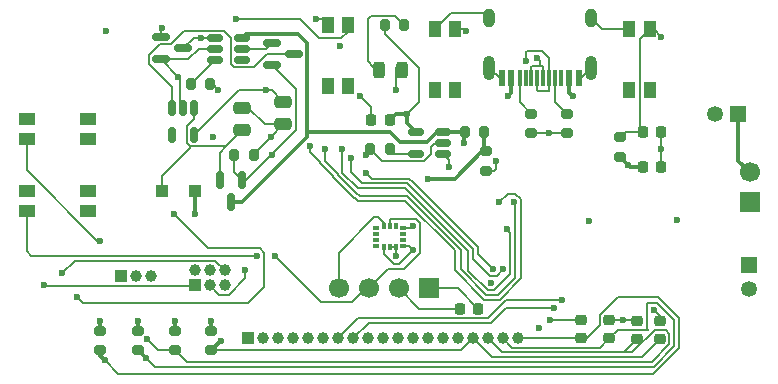
<source format=gbr>
%TF.GenerationSoftware,KiCad,Pcbnew,9.0.1*%
%TF.CreationDate,2025-06-29T09:49:02-05:00*%
%TF.ProjectId,OM-FlexGrid-Rigid-PCB,4f4d2d46-6c65-4784-9772-69642d526967,rev?*%
%TF.SameCoordinates,Original*%
%TF.FileFunction,Copper,L1,Top*%
%TF.FilePolarity,Positive*%
%FSLAX46Y46*%
G04 Gerber Fmt 4.6, Leading zero omitted, Abs format (unit mm)*
G04 Created by KiCad (PCBNEW 9.0.1) date 2025-06-29 09:49:02*
%MOMM*%
%LPD*%
G01*
G04 APERTURE LIST*
G04 Aperture macros list*
%AMRoundRect*
0 Rectangle with rounded corners*
0 $1 Rounding radius*
0 $2 $3 $4 $5 $6 $7 $8 $9 X,Y pos of 4 corners*
0 Add a 4 corners polygon primitive as box body*
4,1,4,$2,$3,$4,$5,$6,$7,$8,$9,$2,$3,0*
0 Add four circle primitives for the rounded corners*
1,1,$1+$1,$2,$3*
1,1,$1+$1,$4,$5*
1,1,$1+$1,$6,$7*
1,1,$1+$1,$8,$9*
0 Add four rect primitives between the rounded corners*
20,1,$1+$1,$2,$3,$4,$5,0*
20,1,$1+$1,$4,$5,$6,$7,0*
20,1,$1+$1,$6,$7,$8,$9,0*
20,1,$1+$1,$8,$9,$2,$3,0*%
G04 Aperture macros list end*
%TA.AperFunction,ComponentPad*%
%ADD10R,1.350000X1.350000*%
%TD*%
%TA.AperFunction,ComponentPad*%
%ADD11C,1.350000*%
%TD*%
%TA.AperFunction,SMDPad,CuDef*%
%ADD12R,0.600000X0.300000*%
%TD*%
%TA.AperFunction,SMDPad,CuDef*%
%ADD13R,0.300000X0.600000*%
%TD*%
%TA.AperFunction,SMDPad,CuDef*%
%ADD14RoundRect,0.225000X-0.250000X0.225000X-0.250000X-0.225000X0.250000X-0.225000X0.250000X0.225000X0*%
%TD*%
%TA.AperFunction,SMDPad,CuDef*%
%ADD15RoundRect,0.200000X-0.275000X0.200000X-0.275000X-0.200000X0.275000X-0.200000X0.275000X0.200000X0*%
%TD*%
%TA.AperFunction,SMDPad,CuDef*%
%ADD16RoundRect,0.250000X-0.300000X-0.300000X0.300000X-0.300000X0.300000X0.300000X-0.300000X0.300000X0*%
%TD*%
%TA.AperFunction,SMDPad,CuDef*%
%ADD17R,1.450000X1.000000*%
%TD*%
%TA.AperFunction,SMDPad,CuDef*%
%ADD18RoundRect,0.150000X-0.150000X0.512500X-0.150000X-0.512500X0.150000X-0.512500X0.150000X0.512500X0*%
%TD*%
%TA.AperFunction,SMDPad,CuDef*%
%ADD19RoundRect,0.200000X-0.200000X-0.275000X0.200000X-0.275000X0.200000X0.275000X-0.200000X0.275000X0*%
%TD*%
%TA.AperFunction,ComponentPad*%
%ADD20R,1.000000X1.000000*%
%TD*%
%TA.AperFunction,ComponentPad*%
%ADD21C,1.000000*%
%TD*%
%TA.AperFunction,SMDPad,CuDef*%
%ADD22RoundRect,0.225000X-0.225000X-0.250000X0.225000X-0.250000X0.225000X0.250000X-0.225000X0.250000X0*%
%TD*%
%TA.AperFunction,SMDPad,CuDef*%
%ADD23RoundRect,0.150000X-0.587500X-0.150000X0.587500X-0.150000X0.587500X0.150000X-0.587500X0.150000X0*%
%TD*%
%TA.AperFunction,SMDPad,CuDef*%
%ADD24RoundRect,0.200000X0.200000X0.275000X-0.200000X0.275000X-0.200000X-0.275000X0.200000X-0.275000X0*%
%TD*%
%TA.AperFunction,SMDPad,CuDef*%
%ADD25RoundRect,0.150000X-0.512500X-0.150000X0.512500X-0.150000X0.512500X0.150000X-0.512500X0.150000X0*%
%TD*%
%TA.AperFunction,SMDPad,CuDef*%
%ADD26R,1.000000X1.450000*%
%TD*%
%TA.AperFunction,SMDPad,CuDef*%
%ADD27RoundRect,0.150000X-0.150000X0.587500X-0.150000X-0.587500X0.150000X-0.587500X0.150000X0.587500X0*%
%TD*%
%TA.AperFunction,SMDPad,CuDef*%
%ADD28RoundRect,0.243750X0.243750X0.456250X-0.243750X0.456250X-0.243750X-0.456250X0.243750X-0.456250X0*%
%TD*%
%TA.AperFunction,ComponentPad*%
%ADD29R,1.700000X1.700000*%
%TD*%
%TA.AperFunction,ComponentPad*%
%ADD30C,1.700000*%
%TD*%
%TA.AperFunction,SMDPad,CuDef*%
%ADD31RoundRect,0.250000X-0.475000X0.250000X-0.475000X-0.250000X0.475000X-0.250000X0.475000X0.250000X0*%
%TD*%
%TA.AperFunction,SMDPad,CuDef*%
%ADD32RoundRect,0.150000X0.512500X0.150000X-0.512500X0.150000X-0.512500X-0.150000X0.512500X-0.150000X0*%
%TD*%
%TA.AperFunction,SMDPad,CuDef*%
%ADD33R,0.600000X1.450000*%
%TD*%
%TA.AperFunction,SMDPad,CuDef*%
%ADD34R,0.300000X1.450000*%
%TD*%
%TA.AperFunction,HeatsinkPad*%
%ADD35O,1.000000X2.100000*%
%TD*%
%TA.AperFunction,HeatsinkPad*%
%ADD36O,1.000000X1.600000*%
%TD*%
%TA.AperFunction,SMDPad,CuDef*%
%ADD37RoundRect,0.225000X0.225000X0.250000X-0.225000X0.250000X-0.225000X-0.250000X0.225000X-0.250000X0*%
%TD*%
%TA.AperFunction,SMDPad,CuDef*%
%ADD38RoundRect,0.250000X0.475000X-0.250000X0.475000X0.250000X-0.475000X0.250000X-0.475000X-0.250000X0*%
%TD*%
%TA.AperFunction,SMDPad,CuDef*%
%ADD39RoundRect,0.200000X0.275000X-0.200000X0.275000X0.200000X-0.275000X0.200000X-0.275000X-0.200000X0*%
%TD*%
%TA.AperFunction,ViaPad*%
%ADD40C,0.600000*%
%TD*%
%TA.AperFunction,Conductor*%
%ADD41C,0.200000*%
%TD*%
%TA.AperFunction,Conductor*%
%ADD42C,0.350000*%
%TD*%
G04 APERTURE END LIST*
D10*
%TO.P,J7,1,Pin_1*%
%TO.N,GND*%
X215450000Y-120800000D03*
D11*
%TO.P,J7,2,Pin_2*%
%TO.N,+3V3*%
X215450000Y-122800000D03*
%TD*%
D12*
%TO.P,IC1,1,SDO/AD0*%
%TO.N,unconnected-(IC1-SDO{slash}AD0-Pad1)*%
X183850000Y-117650000D03*
%TO.P,IC1,2,RESV1*%
%TO.N,unconnected-(IC1-RESV1-Pad2)*%
X183850000Y-118150000D03*
%TO.P,IC1,3,RESV2*%
%TO.N,unconnected-(IC1-RESV2-Pad3)*%
X183850000Y-118650000D03*
%TO.P,IC1,4,INT1/INT*%
%TO.N,unconnected-(IC1-INT1{slash}INT-Pad4)*%
X183850000Y-119150000D03*
D13*
%TO.P,IC1,5,VDDIO*%
%TO.N,+3V3*%
X184500000Y-119300000D03*
%TO.P,IC1,6,GND*%
%TO.N,GND*%
X185000000Y-119300000D03*
%TO.P,IC1,7,RESV_3*%
X185500000Y-119300000D03*
D12*
%TO.P,IC1,8,VDD*%
%TO.N,+3V3*%
X186150000Y-119150000D03*
%TO.P,IC1,9,INT2/FSYNC/CLKIN*%
%TO.N,unconnected-(IC1-INT2{slash}FSYNC{slash}CLKIN-Pad9)*%
X186150000Y-118650000D03*
%TO.P,IC1,10,RESV_4*%
%TO.N,unconnected-(IC1-RESV_4-Pad10)*%
X186150000Y-118150000D03*
%TO.P,IC1,11,RESV_5*%
%TO.N,GND*%
X186150000Y-117650000D03*
D13*
%TO.P,IC1,12,AP_CS*%
%TO.N,unconnected-(IC1-AP_CS-Pad12)*%
X185500000Y-117500000D03*
%TO.P,IC1,13,SCL/SCLK*%
%TO.N,SCL*%
X185000000Y-117500000D03*
%TO.P,IC1,14,SDA/SDIO/ASDI*%
%TO.N,SDA*%
X184500000Y-117500000D03*
%TD*%
D14*
%TO.P,C15,1*%
%TO.N,GND*%
X201200000Y-125450000D03*
%TO.P,C15,2*%
%TO.N,ROW_3*%
X201200000Y-127000000D03*
%TD*%
%TO.P,C14,1*%
%TO.N,GND*%
X203600000Y-125450000D03*
%TO.P,C14,2*%
%TO.N,ROW_2*%
X203600000Y-127000000D03*
%TD*%
%TO.P,C12,1*%
%TO.N,GND*%
X207900000Y-125500000D03*
%TO.P,C12,2*%
%TO.N,ROW_0*%
X207900000Y-127050000D03*
%TD*%
D15*
%TO.P,R14,1*%
%TO.N,GND*%
X163700000Y-126350000D03*
%TO.P,R14,2*%
%TO.N,ROW_2*%
X163700000Y-128000000D03*
%TD*%
D16*
%TO.P,D1,1,K*%
%TO.N,VIN*%
X165700000Y-114500000D03*
%TO.P,D1,2,A*%
%TO.N,VBUS*%
X168500000Y-114500000D03*
%TD*%
D17*
%TO.P,SELECT1,1,1*%
%TO.N,SELECT*%
X154300000Y-116250000D03*
%TO.P,SELECT1,2,2*%
%TO.N,GND*%
X154300000Y-114550000D03*
%TO.P,SELECT1,3*%
%TO.N,N/C*%
X159450000Y-116250000D03*
%TO.P,SELECT1,4*%
X159450000Y-114550000D03*
%TD*%
D18*
%TO.P,U3,1,IN*%
%TO.N,VIN*%
X168450000Y-107500000D03*
%TO.P,U3,2,GND*%
%TO.N,GND*%
X167500000Y-107500000D03*
%TO.P,U3,3,EN*%
%TO.N,Net-(U3-EN)*%
X166550000Y-107500000D03*
%TO.P,U3,4,NC*%
%TO.N,unconnected-(U3-NC-Pad4)*%
X166550000Y-109775000D03*
%TO.P,U3,5,OUT*%
%TO.N,+3V3*%
X168450000Y-109775000D03*
%TD*%
D17*
%TO.P,MENU1,1,1*%
%TO.N,MENU*%
X154300000Y-110100000D03*
%TO.P,MENU1,2,2*%
%TO.N,GND*%
X154300000Y-108400000D03*
%TO.P,MENU1,3*%
%TO.N,N/C*%
X159450000Y-110100000D03*
%TO.P,MENU1,4*%
X159450000Y-108400000D03*
%TD*%
D19*
%TO.P,R5,1*%
%TO.N,VBUS*%
X184600000Y-100500000D03*
%TO.P,R5,2*%
%TO.N,Net-(D2-A)*%
X186250000Y-100500000D03*
%TD*%
D20*
%TO.P,J1,1,Pin_1*%
%TO.N,GP41*%
X168480000Y-122500000D03*
D21*
%TO.P,J1,2,Pin_2*%
%TO.N,SPI_MOSI*%
X168480000Y-121230000D03*
%TO.P,J1,3,Pin_3*%
%TO.N,SPI_SCK*%
X169750000Y-122500000D03*
%TO.P,J1,4,Pin_4*%
%TO.N,SPI_MISO*%
X169750000Y-121230000D03*
%TO.P,J1,5,Pin_5*%
%TO.N,CS*%
X171020000Y-122500000D03*
%TO.P,J1,6,Pin_6*%
%TO.N,GP40*%
X171020000Y-121230000D03*
%TD*%
D22*
%TO.P,C11,1*%
%TO.N,+3V3*%
X190950000Y-124500000D03*
%TO.P,C11,2*%
%TO.N,GND*%
X192500000Y-124500000D03*
%TD*%
D15*
%TO.P,R2,1*%
%TO.N,Net-(J4-CC1)*%
X200000000Y-108000000D03*
%TO.P,R2,2*%
%TO.N,GND*%
X200000000Y-109650000D03*
%TD*%
D23*
%TO.P,Q3,1,G*%
%TO.N,PWR_OFF*%
X165625000Y-101500000D03*
%TO.P,Q3,2,S*%
%TO.N,GND*%
X165625000Y-103400000D03*
%TO.P,Q3,3,D*%
%TO.N,Net-(MAX1-In)*%
X167500000Y-102450000D03*
%TD*%
D24*
%TO.P,R4,1*%
%TO.N,Net-(U4-PROG)*%
X185000000Y-111000000D03*
%TO.P,R4,2*%
%TO.N,GND*%
X183350000Y-111000000D03*
%TD*%
D25*
%TO.P,MAX1,1,In*%
%TO.N,Net-(MAX1-In)*%
X170225000Y-101550000D03*
%TO.P,MAX1,2,GND*%
%TO.N,GND*%
X170225000Y-102500000D03*
%TO.P,MAX1,3,CLEAR*%
%TO.N,Net-(MAX1-CLEAR)*%
X170225000Y-103450000D03*
%TO.P,MAX1,4,OU*%
%TO.N,unconnected-(MAX1-OU-Pad4)*%
X172500000Y-103450000D03*
%TO.P,MAX1,5,OUT*%
%TO.N,LDO_EN*%
X172500000Y-102500000D03*
%TO.P,MAX1,6,Vcc*%
%TO.N,VBAT*%
X172500000Y-101550000D03*
%TD*%
D26*
%TO.P,BOOT1,1,1*%
%TO.N,GND*%
X205300000Y-100850000D03*
%TO.P,BOOT1,2,2*%
%TO.N,EN*%
X207000000Y-100850000D03*
%TO.P,BOOT1,3*%
%TO.N,N/C*%
X205300000Y-106000000D03*
%TO.P,BOOT1,4*%
X207000000Y-106000000D03*
%TD*%
D27*
%TO.P,Q2,1,G*%
%TO.N,VBUS*%
X172500000Y-113600000D03*
%TO.P,Q2,2,S*%
%TO.N,VIN*%
X170600000Y-113600000D03*
%TO.P,Q2,3,D*%
%TO.N,VBAT*%
X171550000Y-115475000D03*
%TD*%
D15*
%TO.P,R1,1*%
%TO.N,Net-(J4-CC2)*%
X197000000Y-108000000D03*
%TO.P,R1,2*%
%TO.N,GND*%
X197000000Y-109650000D03*
%TD*%
D26*
%TO.P,SW_PWR1,1,1*%
%TO.N,GND*%
X179750000Y-100500000D03*
%TO.P,SW_PWR1,2,2*%
%TO.N,Net-(MAX1-In)*%
X181450000Y-100500000D03*
%TO.P,SW_PWR1,3*%
%TO.N,N/C*%
X179750000Y-105650000D03*
%TO.P,SW_PWR1,4*%
X181450000Y-105650000D03*
%TD*%
D22*
%TO.P,C10,1*%
%TO.N,+3V3*%
X206450000Y-112500000D03*
%TO.P,C10,2*%
%TO.N,GND*%
X208000000Y-112500000D03*
%TD*%
D28*
%TO.P,D2,1,K*%
%TO.N,Net-(D2-K)*%
X186000000Y-104250000D03*
%TO.P,D2,2,A*%
%TO.N,Net-(D2-A)*%
X184125000Y-104250000D03*
%TD*%
D15*
%TO.P,R8,1*%
%TO.N,ADC_BAT*%
X193175000Y-111175000D03*
%TO.P,R8,2*%
%TO.N,GND*%
X193175000Y-112825000D03*
%TD*%
D22*
%TO.P,C8,1*%
%TO.N,GND*%
X183450000Y-108500000D03*
%TO.P,C8,2*%
%TO.N,VBUS*%
X185000000Y-108500000D03*
%TD*%
D29*
%TO.P,J2,1,Pin_1*%
%TO.N,GND*%
X215500000Y-115500000D03*
D30*
%TO.P,J2,2,Pin_2*%
%TO.N,VBAT*%
X215500000Y-112960000D03*
%TD*%
D19*
%TO.P,R3,1*%
%TO.N,Net-(MAX1-CLEAR)*%
X168175000Y-105500000D03*
%TO.P,R3,2*%
%TO.N,GND*%
X169825000Y-105500000D03*
%TD*%
D31*
%TO.P,C7,1*%
%TO.N,+3V3*%
X176000000Y-107000000D03*
%TO.P,C7,2*%
%TO.N,GND*%
X176000000Y-108900000D03*
%TD*%
D29*
%TO.P,SCRN1,1,Pin_1*%
%TO.N,GND*%
X188310000Y-122750000D03*
D30*
%TO.P,SCRN1,2,Pin_2*%
%TO.N,+3V3*%
X185770000Y-122750000D03*
%TO.P,SCRN1,3,Pin_3*%
%TO.N,SCL*%
X183230000Y-122750000D03*
%TO.P,SCRN1,4,Pin_4*%
%TO.N,SDA*%
X180690000Y-122750000D03*
%TD*%
D32*
%TO.P,U4,1,~{CHRG}*%
%TO.N,Net-(D2-K)*%
X189500000Y-111400000D03*
%TO.P,U4,2,GND*%
%TO.N,GND*%
X189500000Y-110450000D03*
%TO.P,U4,3,BAT*%
%TO.N,VBAT*%
X189500000Y-109500000D03*
%TO.P,U4,4,V_{CC}*%
%TO.N,VBUS*%
X187225000Y-109500000D03*
%TO.P,U4,5,PROG*%
%TO.N,Net-(U4-PROG)*%
X187225000Y-111400000D03*
%TD*%
D26*
%TO.P,SW_RST1,1,1*%
%TO.N,GND*%
X188800000Y-100850000D03*
%TO.P,SW_RST1,2,2*%
%TO.N,100*%
X190500000Y-100850000D03*
%TO.P,SW_RST1,3*%
%TO.N,N/C*%
X188800000Y-106000000D03*
%TO.P,SW_RST1,4*%
X190500000Y-106000000D03*
%TD*%
D33*
%TO.P,J4,A1,GND*%
%TO.N,GND*%
X201000000Y-105000000D03*
%TO.P,J4,A4,VBUS*%
%TO.N,VBUS*%
X200200000Y-105000000D03*
D34*
%TO.P,J4,A5,CC1*%
%TO.N,Net-(J4-CC1)*%
X199000000Y-105000000D03*
%TO.P,J4,A6,D+*%
%TO.N,D+*%
X198000000Y-105000000D03*
%TO.P,J4,A7,D-*%
%TO.N,D-*%
X197500000Y-105000000D03*
%TO.P,J4,A8,SBU1*%
%TO.N,unconnected-(J4-SBU1-PadA8)*%
X196500000Y-105000000D03*
D33*
%TO.P,J4,A9,VBUS*%
%TO.N,VBUS*%
X195300000Y-105000000D03*
%TO.P,J4,A12,GND*%
%TO.N,GND*%
X194500000Y-105000000D03*
%TO.P,J4,B1,GND*%
X194500000Y-105000000D03*
%TO.P,J4,B4,VBUS*%
%TO.N,VBUS*%
X195300000Y-105000000D03*
D34*
%TO.P,J4,B5,CC2*%
%TO.N,Net-(J4-CC2)*%
X196000000Y-105000000D03*
%TO.P,J4,B6,D+*%
%TO.N,D+*%
X197000000Y-105000000D03*
%TO.P,J4,B7,D-*%
%TO.N,D-*%
X198500000Y-105000000D03*
%TO.P,J4,B8,SBU2*%
%TO.N,unconnected-(J4-SBU2-PadB8)*%
X199500000Y-105000000D03*
D33*
%TO.P,J4,B9,VBUS*%
%TO.N,VBUS*%
X200200000Y-105000000D03*
%TO.P,J4,B12,GND*%
%TO.N,GND*%
X201000000Y-105000000D03*
D35*
%TO.P,J4,S1,SHIELD*%
X202070000Y-104085000D03*
D36*
X202070000Y-99905000D03*
D35*
X193430000Y-104085000D03*
D36*
X193430000Y-99905000D03*
%TD*%
D37*
%TO.P,C5,1*%
%TO.N,GND*%
X208000000Y-109500000D03*
%TO.P,C5,2*%
%TO.N,EN*%
X206450000Y-109500000D03*
%TD*%
D19*
%TO.P,R7,1*%
%TO.N,VBAT*%
X191350000Y-109500000D03*
%TO.P,R7,2*%
%TO.N,ADC_BAT*%
X193000000Y-109500000D03*
%TD*%
D38*
%TO.P,C6,1*%
%TO.N,VIN*%
X172500000Y-109400000D03*
%TO.P,C6,2*%
%TO.N,GND*%
X172500000Y-107500000D03*
%TD*%
D15*
%TO.P,R15,1*%
%TO.N,GND*%
X160500000Y-126350000D03*
%TO.P,R15,2*%
%TO.N,ROW_3*%
X160500000Y-128000000D03*
%TD*%
%TO.P,R12,1*%
%TO.N,GND*%
X169900000Y-126350000D03*
%TO.P,R12,2*%
%TO.N,ROW_0*%
X169900000Y-128000000D03*
%TD*%
D39*
%TO.P,R6,1*%
%TO.N,+3V3*%
X204500000Y-111650000D03*
%TO.P,R6,2*%
%TO.N,EN*%
X204500000Y-110000000D03*
%TD*%
D15*
%TO.P,R13,1*%
%TO.N,GND*%
X166800000Y-126350000D03*
%TO.P,R13,2*%
%TO.N,ROW_1*%
X166800000Y-128000000D03*
%TD*%
D23*
%TO.P,D3,1*%
%TO.N,LDO_EN*%
X175000000Y-102000000D03*
%TO.P,D3,2*%
%TO.N,VBUS*%
X175000000Y-103900000D03*
%TO.P,D3,3*%
%TO.N,Net-(U3-EN)*%
X176875000Y-102950000D03*
%TD*%
D19*
%TO.P,R9,1*%
%TO.N,VBUS*%
X171850000Y-111500000D03*
%TO.P,R9,2*%
%TO.N,GND*%
X173500000Y-111500000D03*
%TD*%
D20*
%TO.P,J6,1,Pin_1*%
%TO.N,GND*%
X162230000Y-121750000D03*
D21*
%TO.P,J6,2,Pin_2*%
%TO.N,RX*%
X163500000Y-121750000D03*
%TO.P,J6,3,Pin_3*%
%TO.N,TX*%
X164770000Y-121750000D03*
%TD*%
D10*
%TO.P,J5,1,Pin_1*%
%TO.N,VBAT*%
X214500000Y-108000000D03*
D11*
%TO.P,J5,2,Pin_2*%
%TO.N,MotorGND*%
X212500000Y-108000000D03*
%TD*%
D20*
%TO.P,J3,1,Pin_1*%
%TO.N,COL_0*%
X173000000Y-127000000D03*
D21*
%TO.P,J3,2,Pin_2*%
%TO.N,COL_1*%
X174270000Y-127000000D03*
%TO.P,J3,3,Pin_3*%
%TO.N,COL_2*%
X175540000Y-127000000D03*
%TO.P,J3,4,Pin_4*%
%TO.N,COL_3*%
X176810000Y-127000000D03*
%TO.P,J3,5,Pin_5*%
%TO.N,COL_4*%
X178080000Y-127000000D03*
%TO.P,J3,6,Pin_6*%
%TO.N,COL_5*%
X179350000Y-127000000D03*
%TO.P,J3,7,Pin_7*%
%TO.N,COL_6*%
X180620000Y-127000000D03*
%TO.P,J3,8,Pin_8*%
%TO.N,COL_7*%
X181890000Y-127000000D03*
%TO.P,J3,9,Pin_9*%
%TO.N,COL_8*%
X183160000Y-127000000D03*
%TO.P,J3,10,Pin_10*%
%TO.N,COL_9*%
X184430000Y-127000000D03*
%TO.P,J3,11,Pin_11*%
%TO.N,COL_10*%
X185700000Y-127000000D03*
%TO.P,J3,12,Pin_12*%
%TO.N,COL_11*%
X186970000Y-127000000D03*
%TO.P,J3,13,Pin_13*%
%TO.N,COL_12*%
X188240000Y-127000000D03*
%TO.P,J3,14,Pin_14*%
%TO.N,COL_13*%
X189510000Y-127000000D03*
%TO.P,J3,15,Pin_15*%
%TO.N,COL_14*%
X190780000Y-127000000D03*
%TO.P,J3,16,Pin_16*%
%TO.N,ROW_0*%
X192050000Y-127000000D03*
%TO.P,J3,17,Pin_17*%
%TO.N,ROW_1*%
X193320000Y-127000000D03*
%TO.P,J3,18,Pin_18*%
%TO.N,ROW_2*%
X194590000Y-127000000D03*
%TO.P,J3,19,Pin_19*%
%TO.N,ROW_3*%
X195860000Y-127000000D03*
%TD*%
D14*
%TO.P,C13,1*%
%TO.N,GND*%
X205950000Y-125500000D03*
%TO.P,C13,2*%
%TO.N,ROW_1*%
X205950000Y-127050000D03*
%TD*%
D40*
%TO.N,GND*%
X154300000Y-114550000D03*
X154300000Y-108400000D03*
%TO.N,ROW_1*%
X164450057Y-127100000D03*
%TO.N,+3V3*%
X197650000Y-126150000D03*
%TO.N,GND*%
X198550000Y-125450000D03*
X204750000Y-125450000D03*
X207375000Y-124625000D03*
%TO.N,COL_7*%
X198930514Y-124430515D03*
%TO.N,COL_6*%
X199610700Y-123750329D03*
%TO.N,S1*%
X194625000Y-121125000D03*
%TO.N,S0*%
X193750000Y-121100000D03*
%TO.N,GND*%
X193575000Y-122325000D03*
%TO.N,GP16_E*%
X195550000Y-115500000D03*
%TO.N,S2*%
X194900000Y-117750000D03*
%TO.N,S3*%
X194250000Y-115500000D03*
%TO.N,+3V3*%
X201850000Y-117050000D03*
%TO.N,GND*%
X198500000Y-109650000D03*
X209350000Y-117000000D03*
X187000000Y-117500000D03*
X161000000Y-101000000D03*
X183000000Y-111500000D03*
X185500000Y-120000000D03*
X169900000Y-125500000D03*
X174950000Y-109950000D03*
X182500000Y-106500000D03*
X170500000Y-106000000D03*
X163700000Y-125500000D03*
X166800000Y-125500000D03*
X170040000Y-109960000D03*
X194000000Y-112000000D03*
X167112500Y-104887500D03*
X178750000Y-100000000D03*
X160500000Y-125500000D03*
X208000000Y-111000000D03*
%TO.N,EN*%
X208000000Y-101500000D03*
%TO.N,+3V3*%
X187000000Y-119500000D03*
X205175000Y-112325000D03*
X180750000Y-102250000D03*
X174500000Y-106000000D03*
%TO.N,VBUS*%
X168500000Y-116500000D03*
X186500000Y-108000000D03*
X175000000Y-111500000D03*
X200500000Y-106500000D03*
X195000000Y-106500000D03*
%TO.N,Net-(D2-K)*%
X190000000Y-112500000D03*
X185500000Y-106000000D03*
%TO.N,GP40*%
X157250000Y-121500000D03*
%TO.N,SCL*%
X175250000Y-120000000D03*
%TO.N,GP41*%
X155750000Y-122500000D03*
%TO.N,ROW_3*%
X160875000Y-128875000D03*
X166750000Y-116500000D03*
X158500000Y-123500000D03*
%TO.N,ROW_2*%
X164350000Y-128650000D03*
%TO.N,ROW_0*%
X170700000Y-127200000D03*
%TO.N,D-*%
X196500000Y-103500000D03*
%TO.N,D+*%
X197500000Y-103250000D03*
%TO.N,SPI_SCK*%
X172750000Y-121250000D03*
%TO.N,ADC_BAT*%
X188250000Y-113500000D03*
%TO.N,Net-(MAX1-In)*%
X172000000Y-100000000D03*
X169000000Y-101550000D03*
%TO.N,VBAT*%
X191250000Y-110500000D03*
%TO.N,PWR_OFF*%
X165750000Y-100750000D03*
%TO.N,S3*%
X178250000Y-110750000D03*
%TO.N,GP16_E*%
X179500000Y-111000000D03*
%TO.N,S0*%
X183000000Y-113000000D03*
%TO.N,S2*%
X181000000Y-111000000D03*
%TO.N,S1*%
X181750000Y-111750000D03*
%TO.N,MENU*%
X160500000Y-118750000D03*
%TO.N,100*%
X191500000Y-101000000D03*
%TO.N,SELECT*%
X173750000Y-120000000D03*
%TD*%
D41*
%TO.N,MENU*%
X154300000Y-112799000D02*
X154300000Y-110100000D01*
X160500000Y-118750000D02*
X160251000Y-118750000D01*
X160251000Y-118750000D02*
X154300000Y-112799000D01*
%TO.N,SELECT*%
X154300000Y-119650000D02*
X154300000Y-116250000D01*
X154650000Y-120000000D02*
X154300000Y-119650000D01*
%TO.N,ROW_1*%
X165350057Y-128000000D02*
X166800000Y-128000000D01*
X164450057Y-127100000D02*
X165350057Y-128000000D01*
%TO.N,ROW_3*%
X162000000Y-130000000D02*
X160875000Y-128875000D01*
X207309310Y-130000000D02*
X162000000Y-130000000D01*
X209478000Y-127831310D02*
X207309310Y-130000000D01*
X204324890Y-123500000D02*
X207692210Y-123500000D01*
X207692210Y-123500000D02*
X209478000Y-125285790D01*
X209478000Y-125285790D02*
X209478000Y-127831310D01*
X202824000Y-125899110D02*
X202824000Y-125000890D01*
X201723110Y-127000000D02*
X202824000Y-125899110D01*
X195860000Y-127000000D02*
X201723110Y-127000000D01*
X202824000Y-125000890D02*
X204324890Y-123500000D01*
%TO.N,ROW_2*%
X207337210Y-129405000D02*
X165105000Y-129405000D01*
X209077000Y-125451890D02*
X209077000Y-127665210D01*
X206750000Y-126190210D02*
X206750000Y-124000000D01*
X165105000Y-129405000D02*
X164350000Y-128650000D01*
X206858790Y-126299000D02*
X206750000Y-126190210D01*
X209077000Y-127665210D02*
X207337210Y-129405000D01*
X204301000Y-126299000D02*
X206858790Y-126299000D01*
X207625110Y-124000000D02*
X209077000Y-125451890D01*
X203600000Y-127000000D02*
X204301000Y-126299000D01*
X206750000Y-124000000D02*
X207625110Y-124000000D01*
%TO.N,GND*%
X201200000Y-125450000D02*
X198550000Y-125450000D01*
X204750000Y-125450000D02*
X205900000Y-125450000D01*
X207900000Y-125150000D02*
X207375000Y-124625000D01*
X207900000Y-125500000D02*
X207900000Y-125150000D01*
X205900000Y-125450000D02*
X205950000Y-125500000D01*
X203600000Y-125450000D02*
X204750000Y-125450000D01*
%TO.N,ROW_1*%
X207171110Y-129004000D02*
X167804000Y-129004000D01*
X208676000Y-127499110D02*
X207171110Y-129004000D01*
X208676000Y-126600890D02*
X208676000Y-127499110D01*
X208374110Y-126299000D02*
X208676000Y-126600890D01*
X207425890Y-126299000D02*
X208374110Y-126299000D01*
X167804000Y-129004000D02*
X166800000Y-128000000D01*
X205522890Y-128202000D02*
X207425890Y-126299000D01*
X194522000Y-128202000D02*
X205522890Y-128202000D01*
X193320000Y-127000000D02*
X194522000Y-128202000D01*
%TO.N,ROW_0*%
X191050000Y-128000000D02*
X169900000Y-128000000D01*
X192050000Y-127000000D02*
X191050000Y-128000000D01*
%TO.N,COL_6*%
X182344000Y-125276000D02*
X180620000Y-127000000D01*
X193358200Y-125276000D02*
X182344000Y-125276000D01*
X194883871Y-123750329D02*
X193358200Y-125276000D01*
X199610700Y-123750329D02*
X194883871Y-123750329D01*
%TO.N,COL_7*%
X193573000Y-125677000D02*
X183213000Y-125677000D01*
X194819485Y-124430515D02*
X193573000Y-125677000D01*
X183213000Y-125677000D02*
X181890000Y-127000000D01*
X198930514Y-124430515D02*
X194819485Y-124430515D01*
%TO.N,GND*%
X193825000Y-112825000D02*
X193175000Y-112825000D01*
X194000000Y-112650000D02*
X193825000Y-112825000D01*
X194000000Y-112000000D02*
X194000000Y-112650000D01*
%TO.N,ROW_0*%
X206347000Y-128603000D02*
X207900000Y-127050000D01*
X193653000Y-128603000D02*
X206347000Y-128603000D01*
X192050000Y-127000000D02*
X193653000Y-128603000D01*
%TO.N,ROW_1*%
X204798000Y-128202000D02*
X205950000Y-127050000D01*
X194522000Y-128202000D02*
X204798000Y-128202000D01*
%TO.N,ROW_2*%
X202799000Y-127801000D02*
X203600000Y-127000000D01*
X195391000Y-127801000D02*
X202799000Y-127801000D01*
X194590000Y-127000000D02*
X195391000Y-127801000D01*
%TO.N,ROW_3*%
X195860000Y-127000000D02*
X201200000Y-127000000D01*
%TO.N,GND*%
X190750000Y-122750000D02*
X188310000Y-122750000D01*
X192500000Y-124500000D02*
X190750000Y-122750000D01*
%TO.N,+3V3*%
X190950000Y-124500000D02*
X187520000Y-124500000D01*
X187520000Y-124500000D02*
X185770000Y-122750000D01*
%TO.N,S3*%
X195649943Y-114750000D02*
X195000000Y-114750000D01*
X196151000Y-115251057D02*
X195649943Y-114750000D01*
X194317100Y-123750000D02*
X196151000Y-121916100D01*
X193015857Y-123750000D02*
X194317100Y-123750000D01*
X190500000Y-121234143D02*
X193015857Y-123750000D01*
X186333900Y-115401000D02*
X190500000Y-119567100D01*
X182333900Y-115401000D02*
X186333900Y-115401000D01*
X196151000Y-121916100D02*
X196151000Y-115251057D01*
X182020900Y-115088000D02*
X182333900Y-115401000D01*
X180198000Y-113332200D02*
X181953800Y-115088000D01*
X181953800Y-115088000D02*
X182020900Y-115088000D01*
X180198000Y-113265100D02*
X180198000Y-113332200D01*
X179099000Y-112166100D02*
X180198000Y-113265100D01*
X179099000Y-112099000D02*
X179099000Y-112166100D01*
X190500000Y-119567100D02*
X190500000Y-121234143D01*
X178250000Y-111250000D02*
X179099000Y-112099000D01*
X195000000Y-114750000D02*
X194250000Y-115500000D01*
X178250000Y-110750000D02*
X178250000Y-111250000D01*
%TO.N,GP16_E*%
X195627000Y-115577000D02*
X195550000Y-115500000D01*
X195627000Y-121873000D02*
X195627000Y-115577000D01*
X194174028Y-123325972D02*
X195627000Y-121873000D01*
X193158929Y-123325972D02*
X194174028Y-123325972D01*
X191000000Y-121167043D02*
X193158929Y-123325972D01*
X191000000Y-119500000D02*
X191000000Y-121167043D01*
X186500000Y-115000000D02*
X191000000Y-119500000D01*
X182500000Y-115000000D02*
X186500000Y-115000000D01*
X182187000Y-114687000D02*
X182500000Y-115000000D01*
X182119900Y-114687000D02*
X182187000Y-114687000D01*
X180599000Y-113166100D02*
X182119900Y-114687000D01*
X180599000Y-113099000D02*
X180599000Y-113166100D01*
X179500000Y-112000000D02*
X180599000Y-113099000D01*
X179500000Y-111000000D02*
X179500000Y-112000000D01*
%TO.N,S2*%
X195226000Y-121523943D02*
X195226000Y-118076000D01*
X195226000Y-118076000D02*
X194900000Y-117750000D01*
X193824971Y-122924972D02*
X195226000Y-121523943D01*
X193325029Y-122924972D02*
X193824971Y-122924972D01*
X191666100Y-119599000D02*
X191666100Y-121266043D01*
X191666100Y-121266043D02*
X193325029Y-122924972D01*
X186666100Y-114599000D02*
X191666100Y-119599000D01*
%TO.N,S1*%
X192067100Y-120267043D02*
X192067100Y-119432900D01*
X193501057Y-121701000D02*
X192067100Y-120267043D01*
X192067100Y-119432900D02*
X186832200Y-114198000D01*
X194049000Y-121701000D02*
X193501057Y-121701000D01*
X194625000Y-121125000D02*
X194049000Y-121701000D01*
%TO.N,S0*%
X183484000Y-113484000D02*
X183000000Y-113000000D01*
X186618200Y-113484000D02*
X183484000Y-113484000D01*
X186931200Y-113797000D02*
X186618200Y-113484000D01*
X186998300Y-113797000D02*
X186931200Y-113797000D01*
X192500000Y-119298700D02*
X186998300Y-113797000D01*
X192500000Y-119850000D02*
X192500000Y-119298700D01*
X193750000Y-121100000D02*
X192500000Y-119850000D01*
%TO.N,SCL*%
X182750000Y-123000000D02*
X182750000Y-122317760D01*
X181849000Y-123901000D02*
X182750000Y-123000000D01*
X179151000Y-123901000D02*
X181849000Y-123901000D01*
X175250000Y-120000000D02*
X179151000Y-123901000D01*
X187248943Y-116899000D02*
X185049000Y-116899000D01*
X187601000Y-117251057D02*
X187248943Y-116899000D01*
X185000000Y-116948000D02*
X185000000Y-117500000D01*
X184829000Y-121151000D02*
X186198943Y-121151000D01*
X186198943Y-121151000D02*
X187601000Y-119748943D01*
X185049000Y-116899000D02*
X185000000Y-116948000D01*
X183230000Y-122750000D02*
X184829000Y-121151000D01*
X187601000Y-119748943D02*
X187601000Y-117251057D01*
%TO.N,SDA*%
X184000000Y-116750000D02*
X184449000Y-117199000D01*
X184449000Y-117199000D02*
X184451000Y-117199000D01*
X183698000Y-116750000D02*
X184000000Y-116750000D01*
X180690000Y-119758000D02*
X183698000Y-116750000D01*
X180690000Y-122750000D02*
X180690000Y-119758000D01*
X184451000Y-117199000D02*
X184500000Y-117248000D01*
X184500000Y-117248000D02*
X184500000Y-117500000D01*
%TO.N,GND*%
X174400000Y-108900000D02*
X176000000Y-108900000D01*
X188500000Y-110787501D02*
X188500000Y-111429468D01*
X188500000Y-111429468D02*
X187928468Y-112001000D01*
X184351000Y-112001000D02*
X183350000Y-111000000D01*
X183350000Y-111000000D02*
X183000000Y-111350000D01*
X188837501Y-110450000D02*
X188500000Y-110787501D01*
X173500000Y-111500000D02*
X173500000Y-111400000D01*
D42*
X166800000Y-126350000D02*
X166800000Y-125500000D01*
D41*
X170225000Y-102500000D02*
X168829468Y-102500000D01*
D42*
X160500000Y-126350000D02*
X160500000Y-125500000D01*
D41*
X168829468Y-102500000D02*
X167929468Y-103400000D01*
X183450000Y-107450000D02*
X182500000Y-106500000D01*
X167929468Y-103400000D02*
X165625000Y-103400000D01*
X183000000Y-111350000D02*
X183000000Y-111500000D01*
X186150000Y-117650000D02*
X186850000Y-117650000D01*
X167250000Y-107250000D02*
X167250000Y-105025000D01*
X201000000Y-105000000D02*
X201155000Y-105000000D01*
D42*
X163700000Y-126350000D02*
X163700000Y-125500000D01*
D41*
X188800000Y-100850000D02*
X190150000Y-99500000D01*
X193025000Y-99500000D02*
X193430000Y-99905000D01*
X167500000Y-107500000D02*
X167250000Y-107250000D01*
X208000000Y-109500000D02*
X208000000Y-111000000D01*
X185500000Y-119300000D02*
X185500000Y-120000000D01*
X167112500Y-104887500D02*
X165625000Y-103400000D01*
X208000000Y-111000000D02*
X208000000Y-112500000D01*
X194500000Y-105000000D02*
X194345000Y-105000000D01*
X194345000Y-105000000D02*
X193430000Y-104085000D01*
X198500000Y-109650000D02*
X197000000Y-109650000D01*
X201155000Y-105000000D02*
X202070000Y-104085000D01*
X178750000Y-100000000D02*
X179250000Y-100000000D01*
D42*
X169900000Y-126350000D02*
X169900000Y-125500000D01*
D41*
X189500000Y-110450000D02*
X188837501Y-110450000D01*
X169825000Y-105500000D02*
X170000000Y-105500000D01*
X186850000Y-117650000D02*
X187000000Y-117500000D01*
X190150000Y-99500000D02*
X193025000Y-99500000D01*
X173500000Y-111400000D02*
X174950000Y-109950000D01*
X173000000Y-107500000D02*
X174400000Y-108900000D01*
X185000000Y-119300000D02*
X185500000Y-119300000D01*
X200000000Y-109650000D02*
X198500000Y-109650000D01*
X203015000Y-100850000D02*
X202070000Y-99905000D01*
X179250000Y-100000000D02*
X179750000Y-100500000D01*
X174950000Y-109950000D02*
X176000000Y-108900000D01*
X205300000Y-100850000D02*
X203015000Y-100850000D01*
X167250000Y-105025000D02*
X167112500Y-104887500D01*
X187928468Y-112001000D02*
X184351000Y-112001000D01*
X170000000Y-105500000D02*
X170500000Y-106000000D01*
X183450000Y-108500000D02*
X183450000Y-107450000D01*
X172500000Y-107500000D02*
X173000000Y-107500000D01*
%TO.N,EN*%
X206450000Y-109500000D02*
X205000000Y-109500000D01*
X205000000Y-109500000D02*
X204500000Y-110000000D01*
X207000000Y-100850000D02*
X206199000Y-101651000D01*
X206199000Y-101651000D02*
X206199000Y-109249000D01*
X207000000Y-100850000D02*
X207350000Y-100850000D01*
X206199000Y-109249000D02*
X206450000Y-109500000D01*
X207350000Y-100850000D02*
X208000000Y-101500000D01*
%TO.N,VIN*%
X171161500Y-110738500D02*
X170600000Y-111300000D01*
X168109032Y-110738500D02*
X168109032Y-110890968D01*
X171161500Y-110738500D02*
X172500000Y-109400000D01*
X168109032Y-110890968D02*
X165700000Y-113300000D01*
X168450000Y-108470532D02*
X167849000Y-109071532D01*
X168109032Y-110738500D02*
X171161500Y-110738500D01*
X168450000Y-107500000D02*
X168450000Y-108470532D01*
X170600000Y-111300000D02*
X170600000Y-113600000D01*
X167849000Y-109071532D02*
X167849000Y-110478468D01*
X165700000Y-113300000D02*
X165700000Y-114500000D01*
X167849000Y-110478468D02*
X168109032Y-110738500D01*
%TO.N,+3V3*%
X176000000Y-107000000D02*
X175000000Y-106000000D01*
X184500000Y-119849943D02*
X185400057Y-120750000D01*
D42*
X205175000Y-112325000D02*
X204500000Y-111650000D01*
D41*
X186650000Y-119150000D02*
X187000000Y-119500000D01*
X184500000Y-119300000D02*
X184500000Y-119849943D01*
X185400057Y-120750000D02*
X185750000Y-120750000D01*
X174500000Y-106000000D02*
X172225000Y-106000000D01*
X172225000Y-106000000D02*
X168450000Y-109775000D01*
X186150000Y-119150000D02*
X186650000Y-119150000D01*
X185750000Y-120750000D02*
X187000000Y-119500000D01*
D42*
X205350000Y-112500000D02*
X205175000Y-112325000D01*
X206450000Y-112500000D02*
X205350000Y-112500000D01*
D41*
X175000000Y-106000000D02*
X174500000Y-106000000D01*
%TO.N,VBUS*%
X187500000Y-107000000D02*
X186500000Y-108000000D01*
X171850000Y-111500000D02*
X171850000Y-112950000D01*
D42*
X186500000Y-108000000D02*
X185500000Y-108000000D01*
D41*
X184600000Y-100500000D02*
X184600000Y-101250000D01*
X172811160Y-113600000D02*
X172500000Y-113600000D01*
X177026000Y-109385160D02*
X172811160Y-113600000D01*
D42*
X186500000Y-108775000D02*
X187225000Y-109500000D01*
X195300000Y-105000000D02*
X195300000Y-106200000D01*
D41*
X187500000Y-104150000D02*
X187500000Y-107000000D01*
X184600000Y-101250000D02*
X187500000Y-104150000D01*
D42*
X195300000Y-106200000D02*
X195000000Y-106500000D01*
X200200000Y-105000000D02*
X200200000Y-106200000D01*
D41*
X177026000Y-105926000D02*
X177026000Y-109385160D01*
D42*
X200200000Y-106200000D02*
X200500000Y-106500000D01*
X168500000Y-116500000D02*
X168500000Y-114500000D01*
D41*
X175000000Y-103900000D02*
X177026000Y-105926000D01*
X171850000Y-112950000D02*
X172500000Y-113600000D01*
D42*
X186500000Y-108000000D02*
X186500000Y-108775000D01*
X185500000Y-108000000D02*
X185000000Y-108500000D01*
D41*
%TO.N,Net-(D2-K)*%
X185500000Y-106000000D02*
X185500000Y-104000000D01*
X189500000Y-111400000D02*
X190000000Y-111900000D01*
X190000000Y-111900000D02*
X190000000Y-112500000D01*
%TO.N,Net-(D2-A)*%
X183149000Y-103524000D02*
X183625000Y-104000000D01*
X186250000Y-100500000D02*
X185474000Y-99724000D01*
X183436936Y-99724000D02*
X183149000Y-100011936D01*
X183149000Y-100011936D02*
X183149000Y-103524000D01*
X185474000Y-99724000D02*
X183436936Y-99724000D01*
%TO.N,Net-(U3-EN)*%
X166461500Y-102109032D02*
X167621532Y-100949000D01*
X167621532Y-100949000D02*
X170928468Y-100949000D01*
X171536500Y-101557032D02*
X171536500Y-103790968D01*
X170928468Y-100949000D02*
X171536500Y-101557032D01*
X164586500Y-103059032D02*
X165536500Y-102109032D01*
X165536500Y-102109032D02*
X166461500Y-102109032D01*
X166550000Y-105704468D02*
X164586500Y-103740968D01*
X173469532Y-104051000D02*
X174570532Y-102950000D01*
X174570532Y-102950000D02*
X176875000Y-102950000D01*
X171796532Y-104051000D02*
X173469532Y-104051000D01*
X164586500Y-103740968D02*
X164586500Y-103059032D01*
X171536500Y-103790968D02*
X171796532Y-104051000D01*
X166550000Y-107500000D02*
X166550000Y-105704468D01*
%TO.N,LDO_EN*%
X175000000Y-102000000D02*
X174500000Y-102500000D01*
X174500000Y-102500000D02*
X172500000Y-102500000D01*
%TO.N,GP40*%
X171020000Y-121230000D02*
X170219000Y-120429000D01*
X158321000Y-120429000D02*
X157250000Y-121500000D01*
X170219000Y-120429000D02*
X158321000Y-120429000D01*
%TO.N,SCL*%
X175250000Y-120000000D02*
X175250000Y-120187760D01*
%TO.N,GP41*%
X168480000Y-122500000D02*
X168429000Y-122551000D01*
X168429000Y-122551000D02*
X155801000Y-122551000D01*
X155801000Y-122551000D02*
X155750000Y-122500000D01*
%TO.N,ROW_3*%
X174351000Y-122649000D02*
X173000000Y-124000000D01*
X169649000Y-119399000D02*
X173998943Y-119399000D01*
D42*
X160500000Y-128500000D02*
X160500000Y-128000000D01*
X160875000Y-128875000D02*
X160500000Y-128500000D01*
D41*
X173000000Y-124000000D02*
X159000000Y-124000000D01*
X174351000Y-119751057D02*
X174351000Y-122649000D01*
X159000000Y-124000000D02*
X158500000Y-123500000D01*
X166750000Y-116500000D02*
X169649000Y-119399000D01*
X173998943Y-119399000D02*
X174351000Y-119751057D01*
D42*
%TO.N,ROW_2*%
X164350000Y-128650000D02*
X163700000Y-128000000D01*
%TO.N,ROW_0*%
X169900000Y-128000000D02*
X170700000Y-127200000D01*
D41*
%TO.N,D-*%
X197500000Y-105977000D02*
X197549000Y-106026000D01*
X196601000Y-102649000D02*
X197899000Y-102649000D01*
X197549000Y-106026000D02*
X198451000Y-106026000D01*
X198451000Y-106026000D02*
X198500000Y-105977000D01*
X198500000Y-105977000D02*
X198500000Y-105000000D01*
X196500000Y-102750000D02*
X196601000Y-102649000D01*
X197899000Y-102649000D02*
X198500000Y-103250000D01*
X197500000Y-105000000D02*
X197500000Y-105977000D01*
X198500000Y-103250000D02*
X198500000Y-105000000D01*
X196500000Y-103500000D02*
X196500000Y-102750000D01*
%TO.N,Net-(J4-CC1)*%
X199000000Y-105000000D02*
X199000000Y-107000000D01*
X199000000Y-107000000D02*
X200000000Y-108000000D01*
%TO.N,D+*%
X197000000Y-105000000D02*
X197000000Y-104023000D01*
X197951000Y-103974000D02*
X198000000Y-104023000D01*
X198000000Y-104023000D02*
X198000000Y-105000000D01*
X197500000Y-103250000D02*
X197750000Y-103500000D01*
X197750000Y-103500000D02*
X197750000Y-103974000D01*
X197750000Y-103974000D02*
X197951000Y-103974000D01*
X197049000Y-103974000D02*
X197750000Y-103974000D01*
X197000000Y-104023000D02*
X197049000Y-103974000D01*
%TO.N,Net-(J4-CC2)*%
X196000000Y-105000000D02*
X196000000Y-107000000D01*
X196000000Y-107000000D02*
X197000000Y-108000000D01*
%TO.N,SPI_SCK*%
X169750000Y-122500000D02*
X170551000Y-123301000D01*
X172750000Y-121902786D02*
X172750000Y-121250000D01*
X171351786Y-123301000D02*
X172750000Y-121902786D01*
X170551000Y-123301000D02*
X171351786Y-123301000D01*
D42*
%TO.N,ADC_BAT*%
X192825000Y-111175000D02*
X193175000Y-111175000D01*
X188250000Y-113500000D02*
X190500000Y-113500000D01*
X193000000Y-109500000D02*
X193000000Y-111000000D01*
X190500000Y-113500000D02*
X192825000Y-111175000D01*
X193000000Y-111000000D02*
X193175000Y-111175000D01*
D41*
%TO.N,Net-(MAX1-In)*%
X170225000Y-101550000D02*
X169000000Y-101550000D01*
X179024000Y-101601000D02*
X180899000Y-101601000D01*
X172000000Y-100000000D02*
X177423000Y-100000000D01*
X180899000Y-101601000D02*
X181450000Y-101050000D01*
X181450000Y-101050000D02*
X181450000Y-100500000D01*
X168400000Y-101550000D02*
X167500000Y-102450000D01*
X177423000Y-100000000D02*
X179024000Y-101601000D01*
X169000000Y-101550000D02*
X168400000Y-101550000D01*
%TO.N,Net-(MAX1-CLEAR)*%
X168175000Y-105500000D02*
X170225000Y-103450000D01*
D42*
%TO.N,VBAT*%
X189500000Y-109500000D02*
X189000000Y-109500000D01*
X215500000Y-112960000D02*
X214500000Y-111960000D01*
X172800000Y-101250000D02*
X177250000Y-101250000D01*
X178000000Y-109500000D02*
X178000000Y-110000000D01*
X178000000Y-102000000D02*
X178000000Y-109500000D01*
X172525000Y-115475000D02*
X171550000Y-115475000D01*
X189000000Y-109500000D02*
X188147565Y-110352435D01*
X191250000Y-110500000D02*
X191250000Y-109600000D01*
X185000000Y-109500000D02*
X178000000Y-109500000D01*
X188147565Y-110352435D02*
X185852435Y-110352435D01*
X214500000Y-111960000D02*
X214500000Y-108000000D01*
X185852435Y-110352435D02*
X185000000Y-109500000D01*
X191350000Y-109500000D02*
X189500000Y-109500000D01*
X178000000Y-110000000D02*
X172525000Y-115475000D01*
X191250000Y-109600000D02*
X191350000Y-109500000D01*
D41*
X172500000Y-101550000D02*
X172800000Y-101250000D01*
D42*
X177250000Y-101250000D02*
X178000000Y-102000000D01*
D41*
%TO.N,PWR_OFF*%
X165625000Y-100875000D02*
X165625000Y-101500000D01*
X165750000Y-100750000D02*
X165625000Y-100875000D01*
%TO.N,Net-(U4-PROG)*%
X185400000Y-111400000D02*
X185000000Y-111000000D01*
X187225000Y-111400000D02*
X185400000Y-111400000D01*
%TO.N,S2*%
X182286000Y-114286000D02*
X181000000Y-113000000D01*
X181000000Y-111000000D02*
X181000000Y-113000000D01*
X186286000Y-114286000D02*
X182286000Y-114286000D01*
X186666100Y-114599000D02*
X186599000Y-114599000D01*
X186599000Y-114599000D02*
X186286000Y-114286000D01*
%TO.N,S1*%
X186832200Y-114198000D02*
X186765100Y-114198000D01*
X186765100Y-114198000D02*
X186452100Y-113885000D01*
X186452100Y-113885000D02*
X182635000Y-113885000D01*
X181716450Y-112966450D02*
X181716450Y-111783550D01*
X182635000Y-113885000D02*
X181716450Y-112966450D01*
X181716450Y-111783550D02*
X181750000Y-111750000D01*
%TO.N,100*%
X191350000Y-100850000D02*
X191500000Y-101000000D01*
X190500000Y-100850000D02*
X191350000Y-100850000D01*
%TO.N,SELECT*%
X154650000Y-120000000D02*
X173750000Y-120000000D01*
%TD*%
M02*

</source>
